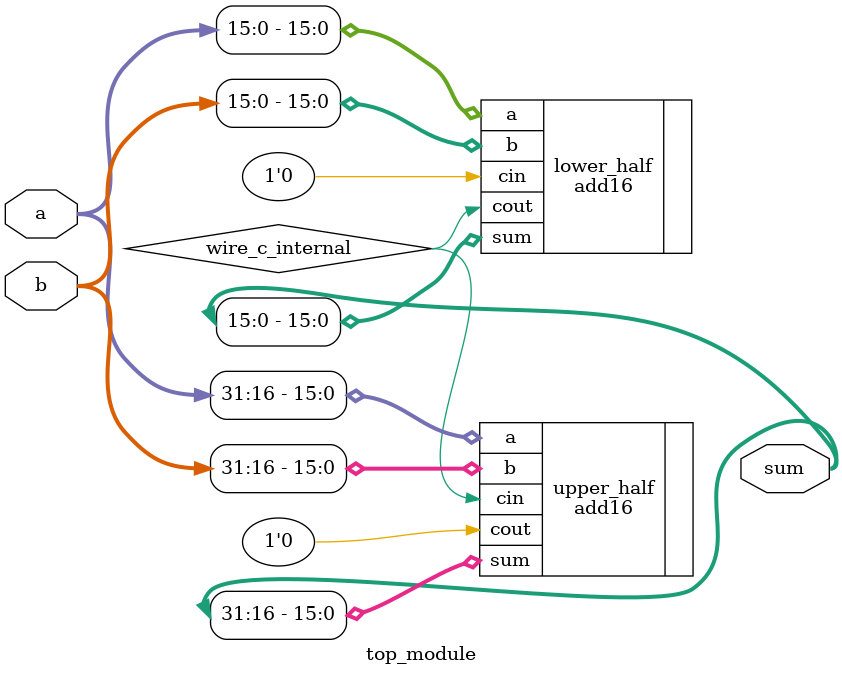
<source format=v>
module top_module(
    input [31:0] a,
    input [31:0] b,
    output [31:0] sum
);
    wire wire_c_internal;
    add16 lower_half (.a(a[15:0]),
                      .b(b[15:0]),
                       .cin(1'b0),
                       .sum(sum[15:0]),
                       .cout(wire_c_internal));
    add16 upper_half (.a(a[31:16]),
                       .b(b[31:16]),
                       .cin(wire_c_internal),
                       .sum(sum[31:16]),
                       .cout(1'b0));

endmodule

</source>
